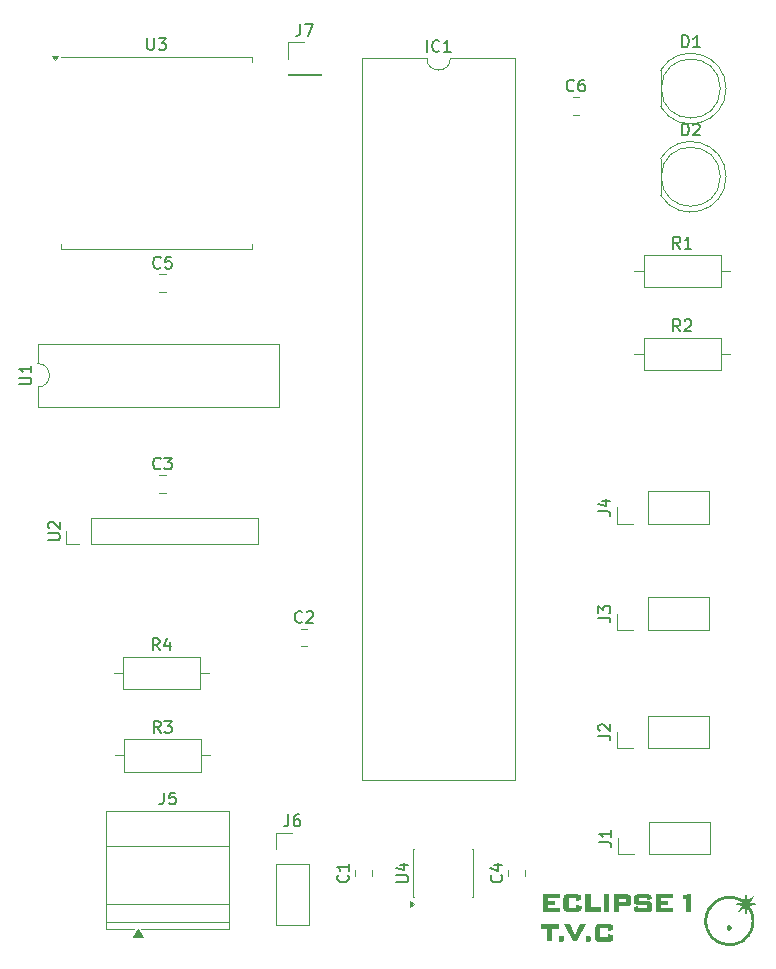
<source format=gto>
%TF.GenerationSoftware,KiCad,Pcbnew,9.0.6*%
%TF.CreationDate,2025-12-09T13:44:13+01:00*%
%TF.ProjectId,PCB Schematic Eclipse 1,50434220-5363-4686-956d-617469632045,rev?*%
%TF.SameCoordinates,Original*%
%TF.FileFunction,Legend,Top*%
%TF.FilePolarity,Positive*%
%FSLAX46Y46*%
G04 Gerber Fmt 4.6, Leading zero omitted, Abs format (unit mm)*
G04 Created by KiCad (PCBNEW 9.0.6) date 2025-12-09 13:44:13*
%MOMM*%
%LPD*%
G01*
G04 APERTURE LIST*
%ADD10C,0.300000*%
%ADD11C,0.150000*%
%ADD12C,0.120000*%
%ADD13C,0.000000*%
G04 APERTURE END LIST*
D10*
G36*
X158199485Y-142225000D02*
G01*
X158199485Y-140754963D01*
X159632793Y-140754963D01*
X159632793Y-141102551D01*
X158633169Y-141102551D01*
X158633169Y-141317790D01*
X159227411Y-141317790D01*
X159227411Y-141638084D01*
X158633169Y-141638084D01*
X158633169Y-141877411D01*
X159653768Y-141877411D01*
X159653768Y-142225000D01*
X158199485Y-142225000D01*
G37*
G36*
X159951256Y-141058404D02*
G01*
X159958780Y-140967190D01*
X159979060Y-140898224D01*
X160009909Y-140846527D01*
X160050998Y-140808544D01*
X160121062Y-140773148D01*
X160216931Y-140749290D01*
X160346105Y-140740308D01*
X161080024Y-140740308D01*
X161209893Y-140749296D01*
X161306234Y-140773160D01*
X161376596Y-140808544D01*
X161417943Y-140846566D01*
X161448957Y-140898285D01*
X161469332Y-140967240D01*
X161476888Y-141058404D01*
X161476888Y-141252669D01*
X161043296Y-141332536D01*
X161043296Y-141107772D01*
X160384939Y-141107772D01*
X160384939Y-141872191D01*
X161050623Y-141872191D01*
X161050623Y-141620224D01*
X161484307Y-141705220D01*
X161484307Y-141908919D01*
X161476845Y-142005057D01*
X161456849Y-142077141D01*
X161426734Y-142130565D01*
X161387129Y-142169312D01*
X161318447Y-142205539D01*
X161221477Y-142230247D01*
X161087351Y-142239654D01*
X160346105Y-142239654D01*
X160212008Y-142230169D01*
X160115433Y-142205292D01*
X160047335Y-142168854D01*
X160008179Y-142129938D01*
X159978393Y-142076486D01*
X159958626Y-142004575D01*
X159951256Y-141908919D01*
X159951256Y-141058404D01*
G37*
G36*
X161811837Y-142225000D02*
G01*
X161811837Y-140754963D01*
X162245520Y-140754963D01*
X162245520Y-141847003D01*
X163120123Y-141847003D01*
X163120123Y-142225000D01*
X161811837Y-142225000D01*
G37*
G36*
X163354963Y-142225000D02*
G01*
X163354963Y-140754963D01*
X163788647Y-140754963D01*
X163788647Y-142225000D01*
X163354963Y-142225000D01*
G37*
G36*
X165399713Y-140762680D02*
G01*
X165493860Y-140783879D01*
X165569177Y-140816420D01*
X165613901Y-140852076D01*
X165647557Y-140903474D01*
X165669935Y-140975018D01*
X165678353Y-141073150D01*
X165678353Y-141459573D01*
X165671238Y-141541351D01*
X165652067Y-141602913D01*
X165619656Y-141654494D01*
X165575405Y-141694229D01*
X165520789Y-141722618D01*
X165451024Y-141742040D01*
X165374424Y-141752066D01*
X165282497Y-141755687D01*
X164621026Y-141755687D01*
X164621026Y-142225000D01*
X164187342Y-142225000D01*
X164187342Y-141400771D01*
X164621026Y-141400771D01*
X165153353Y-141400771D01*
X165195679Y-141395354D01*
X165222596Y-141381354D01*
X165239290Y-141357093D01*
X165245769Y-141315683D01*
X165245769Y-141194966D01*
X165239531Y-141156866D01*
X165222596Y-141131402D01*
X165195474Y-141115815D01*
X165153353Y-141109878D01*
X164621026Y-141109878D01*
X164621026Y-141400771D01*
X164187342Y-141400771D01*
X164187342Y-140754963D01*
X165282497Y-140754963D01*
X165399713Y-140762680D01*
G37*
G36*
X165887273Y-141819709D02*
G01*
X166300898Y-141765121D01*
X166300898Y-141912124D01*
X167023368Y-141912124D01*
X167023368Y-141646419D01*
X166311431Y-141646419D01*
X166223292Y-141642836D01*
X166147575Y-141632772D01*
X166078444Y-141612906D01*
X166023743Y-141582946D01*
X165979739Y-141540295D01*
X165945983Y-141481646D01*
X165926165Y-141411458D01*
X165918688Y-141315683D01*
X165918688Y-141057397D01*
X165926796Y-140963225D01*
X165948089Y-140896288D01*
X165983643Y-140840951D01*
X166029972Y-140799659D01*
X166086414Y-140770719D01*
X166155451Y-140752398D01*
X166230280Y-140743462D01*
X166315644Y-140740308D01*
X167021262Y-140740308D01*
X167107457Y-140743478D01*
X167181912Y-140752398D01*
X167250493Y-140770598D01*
X167306293Y-140799110D01*
X167351989Y-140839967D01*
X167386618Y-140895189D01*
X167407190Y-140961938D01*
X167415012Y-141055290D01*
X167415012Y-141148713D01*
X167002302Y-141201286D01*
X167002302Y-141067930D01*
X166332405Y-141067930D01*
X166332405Y-141317790D01*
X167041229Y-141317790D01*
X167127343Y-141320959D01*
X167201788Y-141329880D01*
X167270564Y-141347954D01*
X167326810Y-141376133D01*
X167372815Y-141416678D01*
X167407593Y-141472213D01*
X167428181Y-141539430D01*
X167435986Y-141632772D01*
X167435986Y-141910018D01*
X167427706Y-142013304D01*
X167405855Y-142087849D01*
X167373394Y-142140660D01*
X167330931Y-142176731D01*
X167258117Y-142209720D01*
X167163386Y-142231574D01*
X167041229Y-142239654D01*
X166281023Y-142239654D01*
X166192865Y-142236214D01*
X166117166Y-142226557D01*
X166047961Y-142207137D01*
X165992786Y-142177281D01*
X165948292Y-142134741D01*
X165914567Y-142076988D01*
X165894795Y-142007565D01*
X165887273Y-141911025D01*
X165887273Y-141819709D01*
G37*
G36*
X167760127Y-142225000D02*
G01*
X167760127Y-140754963D01*
X169193435Y-140754963D01*
X169193435Y-141102551D01*
X168193811Y-141102551D01*
X168193811Y-141317790D01*
X168788053Y-141317790D01*
X168788053Y-141638084D01*
X168193811Y-141638084D01*
X168193811Y-141877411D01*
X169214410Y-141877411D01*
X169214410Y-142225000D01*
X167760127Y-142225000D01*
G37*
G36*
X170356001Y-142225000D02*
G01*
X170356001Y-141132959D01*
X170067214Y-141147705D01*
X170067214Y-140851591D01*
X170788586Y-140731882D01*
X170788586Y-142225000D01*
X170356001Y-142225000D01*
G37*
G36*
X158579588Y-144745000D02*
G01*
X158579588Y-143652959D01*
X158035720Y-143652959D01*
X158035720Y-143274963D01*
X159556132Y-143274963D01*
X159556132Y-143652959D01*
X159012172Y-143652959D01*
X159012172Y-144745000D01*
X158579588Y-144745000D01*
G37*
G36*
X159546789Y-144615856D02*
G01*
X159546789Y-144446779D01*
X159553872Y-144364979D01*
X159568313Y-144333939D01*
X159599601Y-144319534D01*
X159683352Y-144312415D01*
X159870198Y-144312415D01*
X159954016Y-144319368D01*
X159985236Y-144333389D01*
X159999618Y-144364214D01*
X160006760Y-144447878D01*
X160006760Y-144615856D01*
X159999642Y-144699526D01*
X159985236Y-144730803D01*
X159953949Y-144745208D01*
X159870198Y-144752327D01*
X159683352Y-144752327D01*
X159598711Y-144745340D01*
X159567764Y-144731352D01*
X159553780Y-144700483D01*
X159546789Y-144615856D01*
G37*
G36*
X160738939Y-144745000D02*
G01*
X160001814Y-143274963D01*
X160501626Y-143274963D01*
X160945751Y-144226319D01*
X161379435Y-143274963D01*
X161837207Y-143274963D01*
X161125270Y-144745000D01*
X160738939Y-144745000D01*
G37*
G36*
X161831437Y-144615856D02*
G01*
X161831437Y-144446779D01*
X161838520Y-144364979D01*
X161852961Y-144333939D01*
X161884248Y-144319534D01*
X161967999Y-144312415D01*
X162154845Y-144312415D01*
X162238663Y-144319368D01*
X162269883Y-144333389D01*
X162284266Y-144364214D01*
X162291407Y-144447878D01*
X162291407Y-144615856D01*
X162284290Y-144699526D01*
X162269883Y-144730803D01*
X162238596Y-144745208D01*
X162154845Y-144752327D01*
X161967999Y-144752327D01*
X161883359Y-144745340D01*
X161852411Y-144731352D01*
X161838428Y-144700483D01*
X161831437Y-144615856D01*
G37*
G36*
X162635973Y-143578404D02*
G01*
X162643497Y-143487190D01*
X162663778Y-143418224D01*
X162694627Y-143366527D01*
X162735716Y-143328544D01*
X162805780Y-143293148D01*
X162901649Y-143269290D01*
X163030822Y-143260308D01*
X163764741Y-143260308D01*
X163894611Y-143269296D01*
X163990951Y-143293160D01*
X164061313Y-143328544D01*
X164102660Y-143366566D01*
X164133674Y-143418285D01*
X164154049Y-143487240D01*
X164161605Y-143578404D01*
X164161605Y-143772669D01*
X163728013Y-143852536D01*
X163728013Y-143627772D01*
X163069657Y-143627772D01*
X163069657Y-144392191D01*
X163735341Y-144392191D01*
X163735341Y-144140224D01*
X164169024Y-144225220D01*
X164169024Y-144428919D01*
X164161562Y-144525057D01*
X164141566Y-144597141D01*
X164111451Y-144650565D01*
X164071846Y-144689312D01*
X164003164Y-144725539D01*
X163906195Y-144750247D01*
X163772069Y-144759654D01*
X163030822Y-144759654D01*
X162896726Y-144750169D01*
X162800150Y-144725292D01*
X162732052Y-144688854D01*
X162692896Y-144649938D01*
X162663111Y-144596486D01*
X162643344Y-144524575D01*
X162635973Y-144428919D01*
X162635973Y-143578404D01*
G37*
D11*
X141679580Y-139129166D02*
X141727200Y-139176785D01*
X141727200Y-139176785D02*
X141774819Y-139319642D01*
X141774819Y-139319642D02*
X141774819Y-139414880D01*
X141774819Y-139414880D02*
X141727200Y-139557737D01*
X141727200Y-139557737D02*
X141631961Y-139652975D01*
X141631961Y-139652975D02*
X141536723Y-139700594D01*
X141536723Y-139700594D02*
X141346247Y-139748213D01*
X141346247Y-139748213D02*
X141203390Y-139748213D01*
X141203390Y-139748213D02*
X141012914Y-139700594D01*
X141012914Y-139700594D02*
X140917676Y-139652975D01*
X140917676Y-139652975D02*
X140822438Y-139557737D01*
X140822438Y-139557737D02*
X140774819Y-139414880D01*
X140774819Y-139414880D02*
X140774819Y-139319642D01*
X140774819Y-139319642D02*
X140822438Y-139176785D01*
X140822438Y-139176785D02*
X140870057Y-139129166D01*
X141774819Y-138176785D02*
X141774819Y-138748213D01*
X141774819Y-138462499D02*
X140774819Y-138462499D01*
X140774819Y-138462499D02*
X140917676Y-138557737D01*
X140917676Y-138557737D02*
X141012914Y-138652975D01*
X141012914Y-138652975D02*
X141060533Y-138748213D01*
D10*
X173999999Y-143535471D02*
X174071428Y-143606900D01*
X174071428Y-143606900D02*
X173999999Y-143678328D01*
X173999999Y-143678328D02*
X173928571Y-143606900D01*
X173928571Y-143606900D02*
X173999999Y-143535471D01*
X173999999Y-143535471D02*
X173999999Y-143678328D01*
D11*
X126126666Y-132134819D02*
X126126666Y-132849104D01*
X126126666Y-132849104D02*
X126079047Y-132991961D01*
X126079047Y-132991961D02*
X125983809Y-133087200D01*
X125983809Y-133087200D02*
X125840952Y-133134819D01*
X125840952Y-133134819D02*
X125745714Y-133134819D01*
X127079047Y-132134819D02*
X126602857Y-132134819D01*
X126602857Y-132134819D02*
X126555238Y-132611009D01*
X126555238Y-132611009D02*
X126602857Y-132563390D01*
X126602857Y-132563390D02*
X126698095Y-132515771D01*
X126698095Y-132515771D02*
X126936190Y-132515771D01*
X126936190Y-132515771D02*
X127031428Y-132563390D01*
X127031428Y-132563390D02*
X127079047Y-132611009D01*
X127079047Y-132611009D02*
X127126666Y-132706247D01*
X127126666Y-132706247D02*
X127126666Y-132944342D01*
X127126666Y-132944342D02*
X127079047Y-133039580D01*
X127079047Y-133039580D02*
X127031428Y-133087200D01*
X127031428Y-133087200D02*
X126936190Y-133134819D01*
X126936190Y-133134819D02*
X126698095Y-133134819D01*
X126698095Y-133134819D02*
X126602857Y-133087200D01*
X126602857Y-133087200D02*
X126555238Y-133039580D01*
X169991905Y-76494819D02*
X169991905Y-75494819D01*
X169991905Y-75494819D02*
X170230000Y-75494819D01*
X170230000Y-75494819D02*
X170372857Y-75542438D01*
X170372857Y-75542438D02*
X170468095Y-75637676D01*
X170468095Y-75637676D02*
X170515714Y-75732914D01*
X170515714Y-75732914D02*
X170563333Y-75923390D01*
X170563333Y-75923390D02*
X170563333Y-76066247D01*
X170563333Y-76066247D02*
X170515714Y-76256723D01*
X170515714Y-76256723D02*
X170468095Y-76351961D01*
X170468095Y-76351961D02*
X170372857Y-76447200D01*
X170372857Y-76447200D02*
X170230000Y-76494819D01*
X170230000Y-76494819D02*
X169991905Y-76494819D01*
X170944286Y-75590057D02*
X170991905Y-75542438D01*
X170991905Y-75542438D02*
X171087143Y-75494819D01*
X171087143Y-75494819D02*
X171325238Y-75494819D01*
X171325238Y-75494819D02*
X171420476Y-75542438D01*
X171420476Y-75542438D02*
X171468095Y-75590057D01*
X171468095Y-75590057D02*
X171515714Y-75685295D01*
X171515714Y-75685295D02*
X171515714Y-75780533D01*
X171515714Y-75780533D02*
X171468095Y-75923390D01*
X171468095Y-75923390D02*
X170896667Y-76494819D01*
X170896667Y-76494819D02*
X171515714Y-76494819D01*
X160833333Y-72679580D02*
X160785714Y-72727200D01*
X160785714Y-72727200D02*
X160642857Y-72774819D01*
X160642857Y-72774819D02*
X160547619Y-72774819D01*
X160547619Y-72774819D02*
X160404762Y-72727200D01*
X160404762Y-72727200D02*
X160309524Y-72631961D01*
X160309524Y-72631961D02*
X160261905Y-72536723D01*
X160261905Y-72536723D02*
X160214286Y-72346247D01*
X160214286Y-72346247D02*
X160214286Y-72203390D01*
X160214286Y-72203390D02*
X160261905Y-72012914D01*
X160261905Y-72012914D02*
X160309524Y-71917676D01*
X160309524Y-71917676D02*
X160404762Y-71822438D01*
X160404762Y-71822438D02*
X160547619Y-71774819D01*
X160547619Y-71774819D02*
X160642857Y-71774819D01*
X160642857Y-71774819D02*
X160785714Y-71822438D01*
X160785714Y-71822438D02*
X160833333Y-71870057D01*
X161690476Y-71774819D02*
X161500000Y-71774819D01*
X161500000Y-71774819D02*
X161404762Y-71822438D01*
X161404762Y-71822438D02*
X161357143Y-71870057D01*
X161357143Y-71870057D02*
X161261905Y-72012914D01*
X161261905Y-72012914D02*
X161214286Y-72203390D01*
X161214286Y-72203390D02*
X161214286Y-72584342D01*
X161214286Y-72584342D02*
X161261905Y-72679580D01*
X161261905Y-72679580D02*
X161309524Y-72727200D01*
X161309524Y-72727200D02*
X161404762Y-72774819D01*
X161404762Y-72774819D02*
X161595238Y-72774819D01*
X161595238Y-72774819D02*
X161690476Y-72727200D01*
X161690476Y-72727200D02*
X161738095Y-72679580D01*
X161738095Y-72679580D02*
X161785714Y-72584342D01*
X161785714Y-72584342D02*
X161785714Y-72346247D01*
X161785714Y-72346247D02*
X161738095Y-72251009D01*
X161738095Y-72251009D02*
X161690476Y-72203390D01*
X161690476Y-72203390D02*
X161595238Y-72155771D01*
X161595238Y-72155771D02*
X161404762Y-72155771D01*
X161404762Y-72155771D02*
X161309524Y-72203390D01*
X161309524Y-72203390D02*
X161261905Y-72251009D01*
X161261905Y-72251009D02*
X161214286Y-72346247D01*
X162914819Y-108333333D02*
X163629104Y-108333333D01*
X163629104Y-108333333D02*
X163771961Y-108380952D01*
X163771961Y-108380952D02*
X163867200Y-108476190D01*
X163867200Y-108476190D02*
X163914819Y-108619047D01*
X163914819Y-108619047D02*
X163914819Y-108714285D01*
X163248152Y-107428571D02*
X163914819Y-107428571D01*
X162867200Y-107666666D02*
X163581485Y-107904761D01*
X163581485Y-107904761D02*
X163581485Y-107285714D01*
X148403810Y-69424819D02*
X148403810Y-68424819D01*
X149451428Y-69329580D02*
X149403809Y-69377200D01*
X149403809Y-69377200D02*
X149260952Y-69424819D01*
X149260952Y-69424819D02*
X149165714Y-69424819D01*
X149165714Y-69424819D02*
X149022857Y-69377200D01*
X149022857Y-69377200D02*
X148927619Y-69281961D01*
X148927619Y-69281961D02*
X148880000Y-69186723D01*
X148880000Y-69186723D02*
X148832381Y-68996247D01*
X148832381Y-68996247D02*
X148832381Y-68853390D01*
X148832381Y-68853390D02*
X148880000Y-68662914D01*
X148880000Y-68662914D02*
X148927619Y-68567676D01*
X148927619Y-68567676D02*
X149022857Y-68472438D01*
X149022857Y-68472438D02*
X149165714Y-68424819D01*
X149165714Y-68424819D02*
X149260952Y-68424819D01*
X149260952Y-68424819D02*
X149403809Y-68472438D01*
X149403809Y-68472438D02*
X149451428Y-68520057D01*
X150403809Y-69424819D02*
X149832381Y-69424819D01*
X150118095Y-69424819D02*
X150118095Y-68424819D01*
X150118095Y-68424819D02*
X150022857Y-68567676D01*
X150022857Y-68567676D02*
X149927619Y-68662914D01*
X149927619Y-68662914D02*
X149832381Y-68710533D01*
X125833333Y-127084819D02*
X125500000Y-126608628D01*
X125261905Y-127084819D02*
X125261905Y-126084819D01*
X125261905Y-126084819D02*
X125642857Y-126084819D01*
X125642857Y-126084819D02*
X125738095Y-126132438D01*
X125738095Y-126132438D02*
X125785714Y-126180057D01*
X125785714Y-126180057D02*
X125833333Y-126275295D01*
X125833333Y-126275295D02*
X125833333Y-126418152D01*
X125833333Y-126418152D02*
X125785714Y-126513390D01*
X125785714Y-126513390D02*
X125738095Y-126561009D01*
X125738095Y-126561009D02*
X125642857Y-126608628D01*
X125642857Y-126608628D02*
X125261905Y-126608628D01*
X126166667Y-126084819D02*
X126785714Y-126084819D01*
X126785714Y-126084819D02*
X126452381Y-126465771D01*
X126452381Y-126465771D02*
X126595238Y-126465771D01*
X126595238Y-126465771D02*
X126690476Y-126513390D01*
X126690476Y-126513390D02*
X126738095Y-126561009D01*
X126738095Y-126561009D02*
X126785714Y-126656247D01*
X126785714Y-126656247D02*
X126785714Y-126894342D01*
X126785714Y-126894342D02*
X126738095Y-126989580D01*
X126738095Y-126989580D02*
X126690476Y-127037200D01*
X126690476Y-127037200D02*
X126595238Y-127084819D01*
X126595238Y-127084819D02*
X126309524Y-127084819D01*
X126309524Y-127084819D02*
X126214286Y-127037200D01*
X126214286Y-127037200D02*
X126166667Y-126989580D01*
X125833333Y-104679580D02*
X125785714Y-104727200D01*
X125785714Y-104727200D02*
X125642857Y-104774819D01*
X125642857Y-104774819D02*
X125547619Y-104774819D01*
X125547619Y-104774819D02*
X125404762Y-104727200D01*
X125404762Y-104727200D02*
X125309524Y-104631961D01*
X125309524Y-104631961D02*
X125261905Y-104536723D01*
X125261905Y-104536723D02*
X125214286Y-104346247D01*
X125214286Y-104346247D02*
X125214286Y-104203390D01*
X125214286Y-104203390D02*
X125261905Y-104012914D01*
X125261905Y-104012914D02*
X125309524Y-103917676D01*
X125309524Y-103917676D02*
X125404762Y-103822438D01*
X125404762Y-103822438D02*
X125547619Y-103774819D01*
X125547619Y-103774819D02*
X125642857Y-103774819D01*
X125642857Y-103774819D02*
X125785714Y-103822438D01*
X125785714Y-103822438D02*
X125833333Y-103870057D01*
X126166667Y-103774819D02*
X126785714Y-103774819D01*
X126785714Y-103774819D02*
X126452381Y-104155771D01*
X126452381Y-104155771D02*
X126595238Y-104155771D01*
X126595238Y-104155771D02*
X126690476Y-104203390D01*
X126690476Y-104203390D02*
X126738095Y-104251009D01*
X126738095Y-104251009D02*
X126785714Y-104346247D01*
X126785714Y-104346247D02*
X126785714Y-104584342D01*
X126785714Y-104584342D02*
X126738095Y-104679580D01*
X126738095Y-104679580D02*
X126690476Y-104727200D01*
X126690476Y-104727200D02*
X126595238Y-104774819D01*
X126595238Y-104774819D02*
X126309524Y-104774819D01*
X126309524Y-104774819D02*
X126214286Y-104727200D01*
X126214286Y-104727200D02*
X126166667Y-104679580D01*
X137833333Y-117679580D02*
X137785714Y-117727200D01*
X137785714Y-117727200D02*
X137642857Y-117774819D01*
X137642857Y-117774819D02*
X137547619Y-117774819D01*
X137547619Y-117774819D02*
X137404762Y-117727200D01*
X137404762Y-117727200D02*
X137309524Y-117631961D01*
X137309524Y-117631961D02*
X137261905Y-117536723D01*
X137261905Y-117536723D02*
X137214286Y-117346247D01*
X137214286Y-117346247D02*
X137214286Y-117203390D01*
X137214286Y-117203390D02*
X137261905Y-117012914D01*
X137261905Y-117012914D02*
X137309524Y-116917676D01*
X137309524Y-116917676D02*
X137404762Y-116822438D01*
X137404762Y-116822438D02*
X137547619Y-116774819D01*
X137547619Y-116774819D02*
X137642857Y-116774819D01*
X137642857Y-116774819D02*
X137785714Y-116822438D01*
X137785714Y-116822438D02*
X137833333Y-116870057D01*
X138214286Y-116870057D02*
X138261905Y-116822438D01*
X138261905Y-116822438D02*
X138357143Y-116774819D01*
X138357143Y-116774819D02*
X138595238Y-116774819D01*
X138595238Y-116774819D02*
X138690476Y-116822438D01*
X138690476Y-116822438D02*
X138738095Y-116870057D01*
X138738095Y-116870057D02*
X138785714Y-116965295D01*
X138785714Y-116965295D02*
X138785714Y-117060533D01*
X138785714Y-117060533D02*
X138738095Y-117203390D01*
X138738095Y-117203390D02*
X138166667Y-117774819D01*
X138166667Y-117774819D02*
X138785714Y-117774819D01*
X137666666Y-67074819D02*
X137666666Y-67789104D01*
X137666666Y-67789104D02*
X137619047Y-67931961D01*
X137619047Y-67931961D02*
X137523809Y-68027200D01*
X137523809Y-68027200D02*
X137380952Y-68074819D01*
X137380952Y-68074819D02*
X137285714Y-68074819D01*
X138047619Y-67074819D02*
X138714285Y-67074819D01*
X138714285Y-67074819D02*
X138285714Y-68074819D01*
X169833333Y-93084819D02*
X169500000Y-92608628D01*
X169261905Y-93084819D02*
X169261905Y-92084819D01*
X169261905Y-92084819D02*
X169642857Y-92084819D01*
X169642857Y-92084819D02*
X169738095Y-92132438D01*
X169738095Y-92132438D02*
X169785714Y-92180057D01*
X169785714Y-92180057D02*
X169833333Y-92275295D01*
X169833333Y-92275295D02*
X169833333Y-92418152D01*
X169833333Y-92418152D02*
X169785714Y-92513390D01*
X169785714Y-92513390D02*
X169738095Y-92561009D01*
X169738095Y-92561009D02*
X169642857Y-92608628D01*
X169642857Y-92608628D02*
X169261905Y-92608628D01*
X170214286Y-92180057D02*
X170261905Y-92132438D01*
X170261905Y-92132438D02*
X170357143Y-92084819D01*
X170357143Y-92084819D02*
X170595238Y-92084819D01*
X170595238Y-92084819D02*
X170690476Y-92132438D01*
X170690476Y-92132438D02*
X170738095Y-92180057D01*
X170738095Y-92180057D02*
X170785714Y-92275295D01*
X170785714Y-92275295D02*
X170785714Y-92370533D01*
X170785714Y-92370533D02*
X170738095Y-92513390D01*
X170738095Y-92513390D02*
X170166667Y-93084819D01*
X170166667Y-93084819D02*
X170785714Y-93084819D01*
X162914819Y-117333333D02*
X163629104Y-117333333D01*
X163629104Y-117333333D02*
X163771961Y-117380952D01*
X163771961Y-117380952D02*
X163867200Y-117476190D01*
X163867200Y-117476190D02*
X163914819Y-117619047D01*
X163914819Y-117619047D02*
X163914819Y-117714285D01*
X162914819Y-116952380D02*
X162914819Y-116333333D01*
X162914819Y-116333333D02*
X163295771Y-116666666D01*
X163295771Y-116666666D02*
X163295771Y-116523809D01*
X163295771Y-116523809D02*
X163343390Y-116428571D01*
X163343390Y-116428571D02*
X163391009Y-116380952D01*
X163391009Y-116380952D02*
X163486247Y-116333333D01*
X163486247Y-116333333D02*
X163724342Y-116333333D01*
X163724342Y-116333333D02*
X163819580Y-116380952D01*
X163819580Y-116380952D02*
X163867200Y-116428571D01*
X163867200Y-116428571D02*
X163914819Y-116523809D01*
X163914819Y-116523809D02*
X163914819Y-116809523D01*
X163914819Y-116809523D02*
X163867200Y-116904761D01*
X163867200Y-116904761D02*
X163819580Y-116952380D01*
X113884819Y-97571904D02*
X114694342Y-97571904D01*
X114694342Y-97571904D02*
X114789580Y-97524285D01*
X114789580Y-97524285D02*
X114837200Y-97476666D01*
X114837200Y-97476666D02*
X114884819Y-97381428D01*
X114884819Y-97381428D02*
X114884819Y-97190952D01*
X114884819Y-97190952D02*
X114837200Y-97095714D01*
X114837200Y-97095714D02*
X114789580Y-97048095D01*
X114789580Y-97048095D02*
X114694342Y-97000476D01*
X114694342Y-97000476D02*
X113884819Y-97000476D01*
X114884819Y-96000476D02*
X114884819Y-96571904D01*
X114884819Y-96286190D02*
X113884819Y-96286190D01*
X113884819Y-96286190D02*
X114027676Y-96381428D01*
X114027676Y-96381428D02*
X114122914Y-96476666D01*
X114122914Y-96476666D02*
X114170533Y-96571904D01*
X154679580Y-139129166D02*
X154727200Y-139176785D01*
X154727200Y-139176785D02*
X154774819Y-139319642D01*
X154774819Y-139319642D02*
X154774819Y-139414880D01*
X154774819Y-139414880D02*
X154727200Y-139557737D01*
X154727200Y-139557737D02*
X154631961Y-139652975D01*
X154631961Y-139652975D02*
X154536723Y-139700594D01*
X154536723Y-139700594D02*
X154346247Y-139748213D01*
X154346247Y-139748213D02*
X154203390Y-139748213D01*
X154203390Y-139748213D02*
X154012914Y-139700594D01*
X154012914Y-139700594D02*
X153917676Y-139652975D01*
X153917676Y-139652975D02*
X153822438Y-139557737D01*
X153822438Y-139557737D02*
X153774819Y-139414880D01*
X153774819Y-139414880D02*
X153774819Y-139319642D01*
X153774819Y-139319642D02*
X153822438Y-139176785D01*
X153822438Y-139176785D02*
X153870057Y-139129166D01*
X154108152Y-138272023D02*
X154774819Y-138272023D01*
X153727200Y-138510118D02*
X154441485Y-138748213D01*
X154441485Y-138748213D02*
X154441485Y-138129166D01*
X136666666Y-133994819D02*
X136666666Y-134709104D01*
X136666666Y-134709104D02*
X136619047Y-134851961D01*
X136619047Y-134851961D02*
X136523809Y-134947200D01*
X136523809Y-134947200D02*
X136380952Y-134994819D01*
X136380952Y-134994819D02*
X136285714Y-134994819D01*
X137571428Y-133994819D02*
X137380952Y-133994819D01*
X137380952Y-133994819D02*
X137285714Y-134042438D01*
X137285714Y-134042438D02*
X137238095Y-134090057D01*
X137238095Y-134090057D02*
X137142857Y-134232914D01*
X137142857Y-134232914D02*
X137095238Y-134423390D01*
X137095238Y-134423390D02*
X137095238Y-134804342D01*
X137095238Y-134804342D02*
X137142857Y-134899580D01*
X137142857Y-134899580D02*
X137190476Y-134947200D01*
X137190476Y-134947200D02*
X137285714Y-134994819D01*
X137285714Y-134994819D02*
X137476190Y-134994819D01*
X137476190Y-134994819D02*
X137571428Y-134947200D01*
X137571428Y-134947200D02*
X137619047Y-134899580D01*
X137619047Y-134899580D02*
X137666666Y-134804342D01*
X137666666Y-134804342D02*
X137666666Y-134566247D01*
X137666666Y-134566247D02*
X137619047Y-134471009D01*
X137619047Y-134471009D02*
X137571428Y-134423390D01*
X137571428Y-134423390D02*
X137476190Y-134375771D01*
X137476190Y-134375771D02*
X137285714Y-134375771D01*
X137285714Y-134375771D02*
X137190476Y-134423390D01*
X137190476Y-134423390D02*
X137142857Y-134471009D01*
X137142857Y-134471009D02*
X137095238Y-134566247D01*
X145804819Y-139724404D02*
X146614342Y-139724404D01*
X146614342Y-139724404D02*
X146709580Y-139676785D01*
X146709580Y-139676785D02*
X146757200Y-139629166D01*
X146757200Y-139629166D02*
X146804819Y-139533928D01*
X146804819Y-139533928D02*
X146804819Y-139343452D01*
X146804819Y-139343452D02*
X146757200Y-139248214D01*
X146757200Y-139248214D02*
X146709580Y-139200595D01*
X146709580Y-139200595D02*
X146614342Y-139152976D01*
X146614342Y-139152976D02*
X145804819Y-139152976D01*
X146138152Y-138248214D02*
X146804819Y-138248214D01*
X145757200Y-138486309D02*
X146471485Y-138724404D01*
X146471485Y-138724404D02*
X146471485Y-138105357D01*
X116307319Y-110761904D02*
X117116842Y-110761904D01*
X117116842Y-110761904D02*
X117212080Y-110714285D01*
X117212080Y-110714285D02*
X117259700Y-110666666D01*
X117259700Y-110666666D02*
X117307319Y-110571428D01*
X117307319Y-110571428D02*
X117307319Y-110380952D01*
X117307319Y-110380952D02*
X117259700Y-110285714D01*
X117259700Y-110285714D02*
X117212080Y-110238095D01*
X117212080Y-110238095D02*
X117116842Y-110190476D01*
X117116842Y-110190476D02*
X116307319Y-110190476D01*
X116402557Y-109761904D02*
X116354938Y-109714285D01*
X116354938Y-109714285D02*
X116307319Y-109619047D01*
X116307319Y-109619047D02*
X116307319Y-109380952D01*
X116307319Y-109380952D02*
X116354938Y-109285714D01*
X116354938Y-109285714D02*
X116402557Y-109238095D01*
X116402557Y-109238095D02*
X116497795Y-109190476D01*
X116497795Y-109190476D02*
X116593033Y-109190476D01*
X116593033Y-109190476D02*
X116735890Y-109238095D01*
X116735890Y-109238095D02*
X117307319Y-109809523D01*
X117307319Y-109809523D02*
X117307319Y-109190476D01*
X125833333Y-87679580D02*
X125785714Y-87727200D01*
X125785714Y-87727200D02*
X125642857Y-87774819D01*
X125642857Y-87774819D02*
X125547619Y-87774819D01*
X125547619Y-87774819D02*
X125404762Y-87727200D01*
X125404762Y-87727200D02*
X125309524Y-87631961D01*
X125309524Y-87631961D02*
X125261905Y-87536723D01*
X125261905Y-87536723D02*
X125214286Y-87346247D01*
X125214286Y-87346247D02*
X125214286Y-87203390D01*
X125214286Y-87203390D02*
X125261905Y-87012914D01*
X125261905Y-87012914D02*
X125309524Y-86917676D01*
X125309524Y-86917676D02*
X125404762Y-86822438D01*
X125404762Y-86822438D02*
X125547619Y-86774819D01*
X125547619Y-86774819D02*
X125642857Y-86774819D01*
X125642857Y-86774819D02*
X125785714Y-86822438D01*
X125785714Y-86822438D02*
X125833333Y-86870057D01*
X126738095Y-86774819D02*
X126261905Y-86774819D01*
X126261905Y-86774819D02*
X126214286Y-87251009D01*
X126214286Y-87251009D02*
X126261905Y-87203390D01*
X126261905Y-87203390D02*
X126357143Y-87155771D01*
X126357143Y-87155771D02*
X126595238Y-87155771D01*
X126595238Y-87155771D02*
X126690476Y-87203390D01*
X126690476Y-87203390D02*
X126738095Y-87251009D01*
X126738095Y-87251009D02*
X126785714Y-87346247D01*
X126785714Y-87346247D02*
X126785714Y-87584342D01*
X126785714Y-87584342D02*
X126738095Y-87679580D01*
X126738095Y-87679580D02*
X126690476Y-87727200D01*
X126690476Y-87727200D02*
X126595238Y-87774819D01*
X126595238Y-87774819D02*
X126357143Y-87774819D01*
X126357143Y-87774819D02*
X126261905Y-87727200D01*
X126261905Y-87727200D02*
X126214286Y-87679580D01*
X162994819Y-136333333D02*
X163709104Y-136333333D01*
X163709104Y-136333333D02*
X163851961Y-136380952D01*
X163851961Y-136380952D02*
X163947200Y-136476190D01*
X163947200Y-136476190D02*
X163994819Y-136619047D01*
X163994819Y-136619047D02*
X163994819Y-136714285D01*
X163994819Y-135333333D02*
X163994819Y-135904761D01*
X163994819Y-135619047D02*
X162994819Y-135619047D01*
X162994819Y-135619047D02*
X163137676Y-135714285D01*
X163137676Y-135714285D02*
X163232914Y-135809523D01*
X163232914Y-135809523D02*
X163280533Y-135904761D01*
X125753333Y-120084819D02*
X125420000Y-119608628D01*
X125181905Y-120084819D02*
X125181905Y-119084819D01*
X125181905Y-119084819D02*
X125562857Y-119084819D01*
X125562857Y-119084819D02*
X125658095Y-119132438D01*
X125658095Y-119132438D02*
X125705714Y-119180057D01*
X125705714Y-119180057D02*
X125753333Y-119275295D01*
X125753333Y-119275295D02*
X125753333Y-119418152D01*
X125753333Y-119418152D02*
X125705714Y-119513390D01*
X125705714Y-119513390D02*
X125658095Y-119561009D01*
X125658095Y-119561009D02*
X125562857Y-119608628D01*
X125562857Y-119608628D02*
X125181905Y-119608628D01*
X126610476Y-119418152D02*
X126610476Y-120084819D01*
X126372381Y-119037200D02*
X126134286Y-119751485D01*
X126134286Y-119751485D02*
X126753333Y-119751485D01*
X124713095Y-68254819D02*
X124713095Y-69064342D01*
X124713095Y-69064342D02*
X124760714Y-69159580D01*
X124760714Y-69159580D02*
X124808333Y-69207200D01*
X124808333Y-69207200D02*
X124903571Y-69254819D01*
X124903571Y-69254819D02*
X125094047Y-69254819D01*
X125094047Y-69254819D02*
X125189285Y-69207200D01*
X125189285Y-69207200D02*
X125236904Y-69159580D01*
X125236904Y-69159580D02*
X125284523Y-69064342D01*
X125284523Y-69064342D02*
X125284523Y-68254819D01*
X125665476Y-68254819D02*
X126284523Y-68254819D01*
X126284523Y-68254819D02*
X125951190Y-68635771D01*
X125951190Y-68635771D02*
X126094047Y-68635771D01*
X126094047Y-68635771D02*
X126189285Y-68683390D01*
X126189285Y-68683390D02*
X126236904Y-68731009D01*
X126236904Y-68731009D02*
X126284523Y-68826247D01*
X126284523Y-68826247D02*
X126284523Y-69064342D01*
X126284523Y-69064342D02*
X126236904Y-69159580D01*
X126236904Y-69159580D02*
X126189285Y-69207200D01*
X126189285Y-69207200D02*
X126094047Y-69254819D01*
X126094047Y-69254819D02*
X125808333Y-69254819D01*
X125808333Y-69254819D02*
X125713095Y-69207200D01*
X125713095Y-69207200D02*
X125665476Y-69159580D01*
X169991905Y-69024819D02*
X169991905Y-68024819D01*
X169991905Y-68024819D02*
X170230000Y-68024819D01*
X170230000Y-68024819D02*
X170372857Y-68072438D01*
X170372857Y-68072438D02*
X170468095Y-68167676D01*
X170468095Y-68167676D02*
X170515714Y-68262914D01*
X170515714Y-68262914D02*
X170563333Y-68453390D01*
X170563333Y-68453390D02*
X170563333Y-68596247D01*
X170563333Y-68596247D02*
X170515714Y-68786723D01*
X170515714Y-68786723D02*
X170468095Y-68881961D01*
X170468095Y-68881961D02*
X170372857Y-68977200D01*
X170372857Y-68977200D02*
X170230000Y-69024819D01*
X170230000Y-69024819D02*
X169991905Y-69024819D01*
X171515714Y-69024819D02*
X170944286Y-69024819D01*
X171230000Y-69024819D02*
X171230000Y-68024819D01*
X171230000Y-68024819D02*
X171134762Y-68167676D01*
X171134762Y-68167676D02*
X171039524Y-68262914D01*
X171039524Y-68262914D02*
X170944286Y-68310533D01*
X169833333Y-86084819D02*
X169500000Y-85608628D01*
X169261905Y-86084819D02*
X169261905Y-85084819D01*
X169261905Y-85084819D02*
X169642857Y-85084819D01*
X169642857Y-85084819D02*
X169738095Y-85132438D01*
X169738095Y-85132438D02*
X169785714Y-85180057D01*
X169785714Y-85180057D02*
X169833333Y-85275295D01*
X169833333Y-85275295D02*
X169833333Y-85418152D01*
X169833333Y-85418152D02*
X169785714Y-85513390D01*
X169785714Y-85513390D02*
X169738095Y-85561009D01*
X169738095Y-85561009D02*
X169642857Y-85608628D01*
X169642857Y-85608628D02*
X169261905Y-85608628D01*
X170785714Y-86084819D02*
X170214286Y-86084819D01*
X170500000Y-86084819D02*
X170500000Y-85084819D01*
X170500000Y-85084819D02*
X170404762Y-85227676D01*
X170404762Y-85227676D02*
X170309524Y-85322914D01*
X170309524Y-85322914D02*
X170214286Y-85370533D01*
X162914819Y-127333333D02*
X163629104Y-127333333D01*
X163629104Y-127333333D02*
X163771961Y-127380952D01*
X163771961Y-127380952D02*
X163867200Y-127476190D01*
X163867200Y-127476190D02*
X163914819Y-127619047D01*
X163914819Y-127619047D02*
X163914819Y-127714285D01*
X163010057Y-126904761D02*
X162962438Y-126857142D01*
X162962438Y-126857142D02*
X162914819Y-126761904D01*
X162914819Y-126761904D02*
X162914819Y-126523809D01*
X162914819Y-126523809D02*
X162962438Y-126428571D01*
X162962438Y-126428571D02*
X163010057Y-126380952D01*
X163010057Y-126380952D02*
X163105295Y-126333333D01*
X163105295Y-126333333D02*
X163200533Y-126333333D01*
X163200533Y-126333333D02*
X163343390Y-126380952D01*
X163343390Y-126380952D02*
X163914819Y-126952380D01*
X163914819Y-126952380D02*
X163914819Y-126333333D01*
D12*
%TO.C,C1*%
X142265000Y-139223752D02*
X142265000Y-138701248D01*
X143735000Y-139223752D02*
X143735000Y-138701248D01*
D13*
%TO.C,.*%
G36*
X175414182Y-140595906D02*
G01*
X175415393Y-140598441D01*
X175417095Y-140603829D01*
X175419432Y-140612681D01*
X175422545Y-140625604D01*
X175426578Y-140643209D01*
X175431672Y-140666106D01*
X175437972Y-140694902D01*
X175445620Y-140730209D01*
X175454757Y-140772635D01*
X175465528Y-140822789D01*
X175478074Y-140881281D01*
X175492316Y-140947682D01*
X175504655Y-141004804D01*
X175516147Y-141057220D01*
X175526644Y-141104304D01*
X175536002Y-141145426D01*
X175544073Y-141179961D01*
X175550713Y-141207280D01*
X175555774Y-141226757D01*
X175559111Y-141237762D01*
X175560389Y-141240083D01*
X175565254Y-141237165D01*
X175577608Y-141229392D01*
X175596744Y-141217217D01*
X175621953Y-141201096D01*
X175652525Y-141181482D01*
X175687754Y-141158831D01*
X175726931Y-141133597D01*
X175769348Y-141106234D01*
X175814295Y-141077197D01*
X175824107Y-141070853D01*
X175880686Y-141034263D01*
X175929605Y-141002628D01*
X175971411Y-140975602D01*
X176006650Y-140952842D01*
X176035867Y-140934004D01*
X176059609Y-140918743D01*
X176078422Y-140906716D01*
X176092851Y-140897578D01*
X176103443Y-140890985D01*
X176110744Y-140886593D01*
X176115299Y-140884057D01*
X176117655Y-140883034D01*
X176118359Y-140883179D01*
X176117955Y-140884149D01*
X176116989Y-140885599D01*
X176116281Y-140886701D01*
X176112989Y-140891883D01*
X176104837Y-140904570D01*
X176092273Y-140924069D01*
X176075743Y-140949687D01*
X176055697Y-140980731D01*
X176032581Y-141016508D01*
X176006844Y-141056323D01*
X175978933Y-141099484D01*
X175949296Y-141145297D01*
X175934563Y-141168065D01*
X175904420Y-141214706D01*
X175875941Y-141258891D01*
X175849555Y-141299948D01*
X175825692Y-141337201D01*
X175804781Y-141369975D01*
X175787253Y-141397597D01*
X175773538Y-141419392D01*
X175764065Y-141434686D01*
X175759263Y-141442803D01*
X175758751Y-141443962D01*
X175763716Y-141445202D01*
X175777425Y-141448300D01*
X175799068Y-141453082D01*
X175827835Y-141459371D01*
X175862917Y-141466991D01*
X175903504Y-141475766D01*
X175948786Y-141485522D01*
X175997953Y-141496081D01*
X176050197Y-141507269D01*
X176063353Y-141510082D01*
X176129599Y-141524236D01*
X176186913Y-141536485D01*
X176235910Y-141546974D01*
X176277207Y-141555847D01*
X176311421Y-141563249D01*
X176339168Y-141569326D01*
X176361065Y-141574223D01*
X176377728Y-141578084D01*
X176389774Y-141581054D01*
X176397820Y-141583279D01*
X176402483Y-141584903D01*
X176404378Y-141586072D01*
X176404123Y-141586930D01*
X176402333Y-141587623D01*
X176399627Y-141588295D01*
X176397851Y-141588740D01*
X176391143Y-141590283D01*
X176375682Y-141593696D01*
X176352263Y-141598805D01*
X176321685Y-141605438D01*
X176284745Y-141613425D01*
X176242239Y-141622591D01*
X176194967Y-141632766D01*
X176143724Y-141643776D01*
X176089308Y-141655450D01*
X176047988Y-141664304D01*
X175710300Y-141736617D01*
X175755482Y-141803023D01*
X175832910Y-141925311D01*
X175901520Y-142051536D01*
X175961183Y-142181382D01*
X176011769Y-142314530D01*
X176053148Y-142450663D01*
X176085191Y-142589464D01*
X176092474Y-142628774D01*
X176100593Y-142676857D01*
X176107112Y-142720168D01*
X176112192Y-142760758D01*
X176115994Y-142800678D01*
X176118679Y-142841978D01*
X176120409Y-142886708D01*
X176121345Y-142936919D01*
X176121648Y-142994661D01*
X176121649Y-143000000D01*
X176121396Y-143058328D01*
X176120529Y-143108959D01*
X176118886Y-143153952D01*
X176116303Y-143195366D01*
X176112621Y-143235260D01*
X176107676Y-143275693D01*
X176101305Y-143318725D01*
X176093348Y-143366416D01*
X176092352Y-143372133D01*
X176063287Y-143510232D01*
X176025005Y-143645651D01*
X175977797Y-143777943D01*
X175921955Y-143906663D01*
X175857771Y-144031365D01*
X175785535Y-144151603D01*
X175705539Y-144266930D01*
X175618075Y-144376901D01*
X175523433Y-144481070D01*
X175421906Y-144578991D01*
X175313784Y-144670217D01*
X175199360Y-144754303D01*
X175181295Y-144766523D01*
X175058733Y-144842730D01*
X174932297Y-144909972D01*
X174801995Y-144968244D01*
X174667832Y-145017546D01*
X174529817Y-145057875D01*
X174387956Y-145089227D01*
X174242257Y-145111600D01*
X174234416Y-145112537D01*
X174213805Y-145114431D01*
X174185759Y-145116237D01*
X174151931Y-145117916D01*
X174113973Y-145119426D01*
X174073539Y-145120729D01*
X174032282Y-145121783D01*
X173991853Y-145122550D01*
X173953906Y-145122988D01*
X173920093Y-145123058D01*
X173892068Y-145122719D01*
X173871483Y-145121932D01*
X173865699Y-145121482D01*
X173852822Y-145120258D01*
X173833131Y-145118425D01*
X173809541Y-145116252D01*
X173790002Y-145114468D01*
X173746226Y-145109650D01*
X173696232Y-145102751D01*
X173643214Y-145094294D01*
X173590369Y-145084802D01*
X173540890Y-145074801D01*
X173520659Y-145070293D01*
X173382916Y-145033571D01*
X173248550Y-144987822D01*
X173117959Y-144933322D01*
X172991539Y-144870345D01*
X172869686Y-144799167D01*
X172752797Y-144720063D01*
X172641268Y-144633308D01*
X172535497Y-144539177D01*
X172435881Y-144437945D01*
X172342814Y-144329886D01*
X172256695Y-144215277D01*
X172228840Y-144174524D01*
X172153911Y-144053409D01*
X172087654Y-143927826D01*
X172030100Y-143797864D01*
X171981283Y-143663612D01*
X171941233Y-143525160D01*
X171909985Y-143382597D01*
X171887569Y-143236012D01*
X171886909Y-143230506D01*
X171884046Y-143199629D01*
X171881719Y-143160927D01*
X171879939Y-143116306D01*
X171878717Y-143067672D01*
X171878065Y-143016933D01*
X171878045Y-143002442D01*
X172127369Y-143002442D01*
X172127841Y-143062584D01*
X172129305Y-143115455D01*
X172131972Y-143163517D01*
X172136052Y-143209235D01*
X172141755Y-143255072D01*
X172149292Y-143303492D01*
X172156597Y-143344734D01*
X172185460Y-143474630D01*
X172223421Y-143601448D01*
X172270176Y-143724771D01*
X172325426Y-143844181D01*
X172388869Y-143959264D01*
X172460204Y-144069600D01*
X172539130Y-144174775D01*
X172625346Y-144274371D01*
X172718550Y-144367971D01*
X172818442Y-144455158D01*
X172924720Y-144535517D01*
X173037083Y-144608629D01*
X173093369Y-144641182D01*
X173212262Y-144701678D01*
X173335375Y-144753429D01*
X173462393Y-144796341D01*
X173592998Y-144830316D01*
X173726874Y-144855261D01*
X173853489Y-144870223D01*
X173882590Y-144871970D01*
X173919313Y-144872995D01*
X173961546Y-144873340D01*
X174007173Y-144873048D01*
X174054079Y-144872158D01*
X174100151Y-144870713D01*
X174143275Y-144868754D01*
X174181335Y-144866322D01*
X174212217Y-144863459D01*
X174214881Y-144863144D01*
X174351060Y-144841891D01*
X174483719Y-144811604D01*
X174612624Y-144772395D01*
X174737539Y-144724380D01*
X174858229Y-144667672D01*
X174974457Y-144602386D01*
X175085988Y-144528635D01*
X175192586Y-144446534D01*
X175294017Y-144356197D01*
X175325456Y-144325456D01*
X175418427Y-144225739D01*
X175503146Y-144120845D01*
X175579523Y-144010965D01*
X175647467Y-143896291D01*
X175706888Y-143777013D01*
X175757695Y-143653322D01*
X175799796Y-143525410D01*
X175833101Y-143393468D01*
X175857518Y-143257686D01*
X175866410Y-143188021D01*
X175868805Y-143159271D01*
X175870636Y-143122825D01*
X175871903Y-143080739D01*
X175872605Y-143035069D01*
X175872742Y-142987870D01*
X175872315Y-142941198D01*
X175871324Y-142897108D01*
X175869768Y-142857657D01*
X175867648Y-142824899D01*
X175866410Y-142811978D01*
X175850518Y-142695438D01*
X175828957Y-142583964D01*
X175801258Y-142476255D01*
X175766954Y-142371007D01*
X175725575Y-142266917D01*
X175676654Y-142162683D01*
X175619721Y-142057001D01*
X175558330Y-141954934D01*
X175553603Y-141949915D01*
X175551848Y-141950050D01*
X175550526Y-141955119D01*
X175547349Y-141968934D01*
X175542493Y-141990685D01*
X175536136Y-142019565D01*
X175528453Y-142054765D01*
X175519621Y-142095476D01*
X175509816Y-142140891D01*
X175499214Y-142190199D01*
X175487992Y-142242594D01*
X175484768Y-142257681D01*
X175473358Y-142311018D01*
X175462487Y-142361669D01*
X175452334Y-142408803D01*
X175443082Y-142451586D01*
X175434910Y-142489189D01*
X175428000Y-142520779D01*
X175422533Y-142545524D01*
X175418689Y-142562593D01*
X175416650Y-142571154D01*
X175416439Y-142571879D01*
X175414874Y-142568914D01*
X175411479Y-142557103D01*
X175406421Y-142537164D01*
X175399864Y-142509814D01*
X175391975Y-142475767D01*
X175382920Y-142435742D01*
X175372866Y-142390453D01*
X175361977Y-142340619D01*
X175350779Y-142288626D01*
X175336409Y-142221440D01*
X175323945Y-142163175D01*
X175313243Y-142113202D01*
X175304154Y-142070892D01*
X175296534Y-142035616D01*
X175290234Y-142006747D01*
X175285110Y-141983655D01*
X175281014Y-141965712D01*
X175277801Y-141952289D01*
X175275323Y-141942757D01*
X175273434Y-141936489D01*
X175271989Y-141932854D01*
X175270840Y-141931226D01*
X175269842Y-141930975D01*
X175268847Y-141931472D01*
X175267740Y-141932077D01*
X175262738Y-141935050D01*
X175250251Y-141942880D01*
X175230991Y-141955111D01*
X175205667Y-141971287D01*
X175174992Y-141990952D01*
X175139677Y-142013651D01*
X175100431Y-142038926D01*
X175057968Y-142066323D01*
X175012997Y-142095385D01*
X175003397Y-142101595D01*
X174957592Y-142131216D01*
X174913840Y-142159484D01*
X174872895Y-142185916D01*
X174835508Y-142210024D01*
X174802434Y-142231326D01*
X174774424Y-142249335D01*
X174752233Y-142263568D01*
X174736612Y-142273539D01*
X174728314Y-142278763D01*
X174727712Y-142279129D01*
X174710663Y-142289336D01*
X174720891Y-142272288D01*
X174725308Y-142265243D01*
X174734550Y-142250753D01*
X174748132Y-142229573D01*
X174765568Y-142202454D01*
X174786375Y-142170150D01*
X174810066Y-142133414D01*
X174836156Y-142092999D01*
X174864161Y-142049659D01*
X174893594Y-142004147D01*
X174898352Y-141996794D01*
X174927702Y-141951398D01*
X174955484Y-141908354D01*
X174981242Y-141868373D01*
X175004519Y-141832168D01*
X175024858Y-141800450D01*
X175041803Y-141773934D01*
X175054896Y-141753330D01*
X175063683Y-141739352D01*
X175067704Y-141732712D01*
X175067898Y-141732323D01*
X175065118Y-141727286D01*
X175053408Y-141722729D01*
X175049112Y-141721704D01*
X175040701Y-141719887D01*
X175023617Y-141716208D01*
X174998735Y-141710856D01*
X174966934Y-141704019D01*
X174929088Y-141695884D01*
X174886074Y-141686642D01*
X174838768Y-141676479D01*
X174788048Y-141665585D01*
X174734789Y-141654148D01*
X174723660Y-141651758D01*
X174655156Y-141636970D01*
X174596071Y-141624048D01*
X174546245Y-141612953D01*
X174505518Y-141603647D01*
X174473728Y-141596092D01*
X174450714Y-141590252D01*
X174436317Y-141586087D01*
X174430376Y-141583561D01*
X174430640Y-141582861D01*
X174437306Y-141581243D01*
X174452684Y-141577780D01*
X174475928Y-141572656D01*
X174506195Y-141566053D01*
X174542640Y-141558155D01*
X174584421Y-141549143D01*
X174630692Y-141539201D01*
X174680610Y-141528511D01*
X174733331Y-141517256D01*
X174744760Y-141514821D01*
X174797659Y-141503530D01*
X174847695Y-141492804D01*
X174894055Y-141482822D01*
X174935929Y-141473759D01*
X174972503Y-141465793D01*
X175002966Y-141459101D01*
X175026506Y-141453860D01*
X175042311Y-141450247D01*
X175049569Y-141448438D01*
X175049949Y-141448292D01*
X175048613Y-141444468D01*
X175045066Y-141441670D01*
X174940138Y-141378562D01*
X174838307Y-141323614D01*
X174738174Y-141276314D01*
X174638340Y-141236152D01*
X174537406Y-141202614D01*
X174433975Y-141175189D01*
X174326647Y-141153366D01*
X174214025Y-141136633D01*
X174209998Y-141136137D01*
X174179962Y-141132951D01*
X174147617Y-141130558D01*
X174111234Y-141128884D01*
X174069083Y-141127857D01*
X174019436Y-141127404D01*
X174002442Y-141127369D01*
X173948848Y-141127591D01*
X173902700Y-141128459D01*
X173861687Y-141130147D01*
X173823499Y-141132834D01*
X173785825Y-141136694D01*
X173746355Y-141141904D01*
X173702778Y-141148640D01*
X173685003Y-141151579D01*
X173555127Y-141178193D01*
X173428592Y-141213740D01*
X173305754Y-141257866D01*
X173186966Y-141310218D01*
X173072584Y-141370439D01*
X172962961Y-141438178D01*
X172858453Y-141513078D01*
X172759415Y-141594786D01*
X172666200Y-141682948D01*
X172579163Y-141777209D01*
X172498659Y-141877214D01*
X172425043Y-141982611D01*
X172358669Y-142093044D01*
X172299892Y-142208159D01*
X172249066Y-142327602D01*
X172206546Y-142451019D01*
X172172686Y-142578055D01*
X172151860Y-142683314D01*
X172144443Y-142729372D01*
X172138630Y-142770296D01*
X172134243Y-142808405D01*
X172131104Y-142846020D01*
X172129035Y-142885462D01*
X172127858Y-142929052D01*
X172127394Y-142979110D01*
X172127369Y-143002442D01*
X171878045Y-143002442D01*
X171877993Y-142965994D01*
X171878513Y-142916762D01*
X171879635Y-142871144D01*
X171881372Y-142831045D01*
X171883735Y-142798372D01*
X171884332Y-142792443D01*
X171904776Y-142645610D01*
X171934181Y-142502659D01*
X171972554Y-142363570D01*
X172019905Y-142228317D01*
X172076240Y-142096878D01*
X172141570Y-141969229D01*
X172215901Y-141845347D01*
X172233761Y-141818150D01*
X172314339Y-141705946D01*
X172403048Y-141598371D01*
X172499012Y-141496296D01*
X172601354Y-141400592D01*
X172709196Y-141312128D01*
X172821662Y-141231776D01*
X172830439Y-141225982D01*
X172954198Y-141150309D01*
X173080816Y-141083901D01*
X173210564Y-141026659D01*
X173343715Y-140978484D01*
X173480540Y-140939279D01*
X173621314Y-140908944D01*
X173765583Y-140887466D01*
X173800810Y-140884110D01*
X173843304Y-140881308D01*
X173890850Y-140879101D01*
X173941234Y-140877533D01*
X173992239Y-140876648D01*
X174041652Y-140876488D01*
X174087256Y-140877099D01*
X174126837Y-140878521D01*
X174148952Y-140879957D01*
X174295259Y-140896160D01*
X174436498Y-140920580D01*
X174573118Y-140953372D01*
X174705567Y-140994693D01*
X174834295Y-141044698D01*
X174959751Y-141103544D01*
X175082382Y-141171387D01*
X175196948Y-141244498D01*
X175263326Y-141289661D01*
X175335702Y-140951993D01*
X175347764Y-140895764D01*
X175359289Y-140842124D01*
X175370106Y-140791871D01*
X175380041Y-140745802D01*
X175388922Y-140704714D01*
X175396576Y-140669405D01*
X175402831Y-140640672D01*
X175407515Y-140619313D01*
X175410454Y-140606125D01*
X175411400Y-140602115D01*
X175412071Y-140599329D01*
X175412664Y-140596960D01*
X175413320Y-140595615D01*
X175414182Y-140595906D01*
G37*
D12*
%TO.C,J5*%
X121260000Y-133680000D02*
X131660000Y-133680000D01*
X121260000Y-136700000D02*
X131660000Y-136700000D01*
X121260000Y-141600000D02*
X131660000Y-141600000D01*
X121260000Y-143100000D02*
X131660000Y-143100000D01*
X121260000Y-143720000D02*
X121260000Y-133680000D01*
X123620000Y-143720000D02*
X121260000Y-143720000D01*
X131660000Y-133680000D02*
X131660000Y-143720000D01*
X131660000Y-143720000D02*
X124220000Y-143720000D01*
X124360000Y-144330000D02*
X123480000Y-144330000D01*
X123920000Y-143720000D01*
X124360000Y-144330000D01*
G36*
X124360000Y-144330000D02*
G01*
X123480000Y-144330000D01*
X123920000Y-143720000D01*
X124360000Y-144330000D01*
G37*
%TO.C,D2*%
X168170000Y-78455000D02*
X168170000Y-81545000D01*
X168170000Y-78455170D02*
G75*
G02*
X173720000Y-80000000I2560000J-1544830D01*
G01*
X173720000Y-80000000D02*
G75*
G02*
X168170000Y-81544830I-2990000J0D01*
G01*
X173230000Y-80000000D02*
G75*
G02*
X168230000Y-80000000I-2500000J0D01*
G01*
X168230000Y-80000000D02*
G75*
G02*
X173230000Y-80000000I2500000J0D01*
G01*
%TO.C,C6*%
X160738748Y-73265000D02*
X161261252Y-73265000D01*
X160738748Y-74735000D02*
X161261252Y-74735000D01*
%TO.C,J4*%
X164460000Y-109380000D02*
X164460000Y-108000000D01*
X165840000Y-109380000D02*
X164460000Y-109380000D01*
X167110000Y-106620000D02*
X172300000Y-106620000D01*
X167110000Y-109380000D02*
X167110000Y-106620000D01*
X167110000Y-109380000D02*
X172300000Y-109380000D01*
X172300000Y-109380000D02*
X172300000Y-106620000D01*
%TO.C,IC1*%
X142920000Y-69970000D02*
X142920000Y-131050000D01*
X142920000Y-131050000D02*
X155840000Y-131050000D01*
X148380000Y-69970000D02*
X142920000Y-69970000D01*
X155840000Y-69970000D02*
X150380000Y-69970000D01*
X155840000Y-131050000D02*
X155840000Y-69970000D01*
X150380000Y-69970000D02*
G75*
G02*
X148380000Y-69970000I-1000000J0D01*
G01*
%TO.C,R3*%
X121960000Y-129000000D02*
X122730000Y-129000000D01*
X130040000Y-129000000D02*
X129270000Y-129000000D01*
X122730000Y-127630000D02*
X129270000Y-127630000D01*
X129270000Y-130370000D01*
X122730000Y-130370000D01*
X122730000Y-127630000D01*
%TO.C,C3*%
X125738748Y-105265000D02*
X126261252Y-105265000D01*
X125738748Y-106735000D02*
X126261252Y-106735000D01*
%TO.C,C2*%
X137738748Y-118265000D02*
X138261252Y-118265000D01*
X137738748Y-119735000D02*
X138261252Y-119735000D01*
%TO.C,J7*%
X136620000Y-68620000D02*
X138000000Y-68620000D01*
X136620000Y-70000000D02*
X136620000Y-68620000D01*
X136620000Y-71270000D02*
X136620000Y-71380000D01*
X136620000Y-71270000D02*
X139380000Y-71270000D01*
X136620000Y-71380000D02*
X139380000Y-71380000D01*
X139380000Y-71270000D02*
X139380000Y-71380000D01*
%TO.C,R2*%
X165960000Y-95000000D02*
X166730000Y-95000000D01*
X174040000Y-95000000D02*
X173270000Y-95000000D01*
X166730000Y-93630000D02*
X173270000Y-93630000D01*
X173270000Y-96370000D01*
X166730000Y-96370000D01*
X166730000Y-93630000D01*
%TO.C,J3*%
X164460000Y-118380000D02*
X164460000Y-117000000D01*
X165840000Y-118380000D02*
X164460000Y-118380000D01*
X167110000Y-115620000D02*
X172300000Y-115620000D01*
X167110000Y-118380000D02*
X167110000Y-115620000D01*
X167110000Y-118380000D02*
X172300000Y-118380000D01*
X172300000Y-118380000D02*
X172300000Y-115620000D01*
%TO.C,U1*%
X115430000Y-94160000D02*
X115430000Y-95810000D01*
X115430000Y-97810000D02*
X115430000Y-99460000D01*
X115430000Y-99460000D02*
X135870000Y-99460000D01*
X135870000Y-94160000D02*
X115430000Y-94160000D01*
X135870000Y-99460000D02*
X135870000Y-94160000D01*
X115430000Y-95810000D02*
G75*
G02*
X115430000Y-97810000I0J-1000000D01*
G01*
%TO.C,C4*%
X155265000Y-139223752D02*
X155265000Y-138701248D01*
X156735000Y-139223752D02*
X156735000Y-138701248D01*
%TO.C,J6*%
X135620000Y-135540000D02*
X137000000Y-135540000D01*
X135620000Y-136920000D02*
X135620000Y-135540000D01*
X135620000Y-138190000D02*
X135620000Y-143380000D01*
X135620000Y-138190000D02*
X138380000Y-138190000D01*
X135620000Y-143380000D02*
X138380000Y-143380000D01*
X138380000Y-138190000D02*
X138380000Y-143380000D01*
%TO.C,U4*%
X147190000Y-136902500D02*
X147285000Y-136902500D01*
X147190000Y-141022500D02*
X147190000Y-136902500D01*
X147285000Y-141022500D02*
X147190000Y-141022500D01*
X152215000Y-136902500D02*
X152310000Y-136902500D01*
X152310000Y-136902500D02*
X152310000Y-141022500D01*
X152310000Y-141022500D02*
X152215000Y-141022500D01*
X147280000Y-141562500D02*
X146950000Y-141802500D01*
X146950000Y-141322500D01*
X147280000Y-141562500D01*
G36*
X147280000Y-141562500D02*
G01*
X146950000Y-141802500D01*
X146950000Y-141322500D01*
X147280000Y-141562500D01*
G37*
%TO.C,U2*%
X117852500Y-111110000D02*
X117852500Y-110000000D01*
X118962500Y-111110000D02*
X117852500Y-111110000D01*
X119962500Y-108890000D02*
X134072500Y-108890000D01*
X119962500Y-111110000D02*
X119962500Y-108890000D01*
X119962500Y-111110000D02*
X134072500Y-111110000D01*
X134072500Y-111110000D02*
X134072500Y-108890000D01*
%TO.C,C5*%
X125738748Y-88265000D02*
X126261252Y-88265000D01*
X125738748Y-89735000D02*
X126261252Y-89735000D01*
%TO.C,J1*%
X164540000Y-137380000D02*
X164540000Y-136000000D01*
X165920000Y-137380000D02*
X164540000Y-137380000D01*
X167190000Y-134620000D02*
X172380000Y-134620000D01*
X167190000Y-137380000D02*
X167190000Y-134620000D01*
X167190000Y-137380000D02*
X172380000Y-137380000D01*
X172380000Y-137380000D02*
X172380000Y-134620000D01*
%TO.C,R4*%
X121880000Y-122000000D02*
X122650000Y-122000000D01*
X129960000Y-122000000D02*
X129190000Y-122000000D01*
X122650000Y-120630000D02*
X129190000Y-120630000D01*
X129190000Y-123370000D01*
X122650000Y-123370000D01*
X122650000Y-120630000D01*
%TO.C,U3*%
X117375000Y-69900000D02*
X133575000Y-69900000D01*
X117375000Y-85700000D02*
X117375000Y-86100000D01*
X117375000Y-86100000D02*
X133575000Y-86100000D01*
X133575000Y-69900000D02*
X133575000Y-70300000D01*
X133575000Y-86100000D02*
X133575000Y-85700000D01*
X116875000Y-70100000D02*
X116635000Y-69764000D01*
X117115000Y-69764000D01*
X116875000Y-70100000D01*
G36*
X116875000Y-70100000D02*
G01*
X116635000Y-69764000D01*
X117115000Y-69764000D01*
X116875000Y-70100000D01*
G37*
%TO.C,D1*%
X168170000Y-70985000D02*
X168170000Y-74075000D01*
X168170000Y-70985170D02*
G75*
G02*
X173720000Y-72530000I2560000J-1544830D01*
G01*
X173720000Y-72530000D02*
G75*
G02*
X168170000Y-74074830I-2990000J0D01*
G01*
X173230000Y-72530000D02*
G75*
G02*
X168230000Y-72530000I-2500000J0D01*
G01*
X168230000Y-72530000D02*
G75*
G02*
X173230000Y-72530000I2500000J0D01*
G01*
%TO.C,R1*%
X165960000Y-88000000D02*
X166730000Y-88000000D01*
X174040000Y-88000000D02*
X173270000Y-88000000D01*
X166730000Y-86630000D02*
X173270000Y-86630000D01*
X173270000Y-89370000D01*
X166730000Y-89370000D01*
X166730000Y-86630000D01*
%TO.C,J2*%
X164460000Y-128380000D02*
X164460000Y-127000000D01*
X165840000Y-128380000D02*
X164460000Y-128380000D01*
X167110000Y-125620000D02*
X172300000Y-125620000D01*
X167110000Y-128380000D02*
X167110000Y-125620000D01*
X167110000Y-128380000D02*
X172300000Y-128380000D01*
X172300000Y-128380000D02*
X172300000Y-125620000D01*
%TD*%
M02*

</source>
